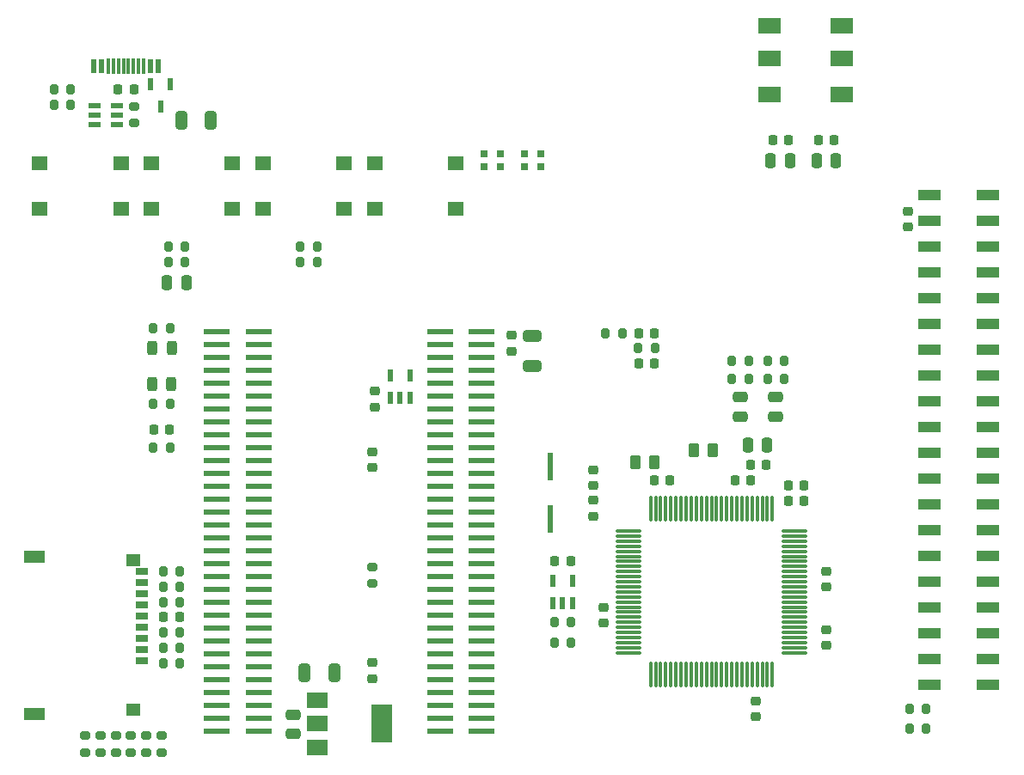
<source format=gtp>
G04 #@! TF.GenerationSoftware,KiCad,Pcbnew,(6.99.0-5015-g618347ef50)*
G04 #@! TF.CreationDate,2023-01-08T20:33:57+01:00*
G04 #@! TF.ProjectId,TinyLlama,54696e79-4c6c-4616-9d61-2e6b69636164,2.1*
G04 #@! TF.SameCoordinates,Original*
G04 #@! TF.FileFunction,Paste,Top*
G04 #@! TF.FilePolarity,Positive*
%FSLAX46Y46*%
G04 Gerber Fmt 4.6, Leading zero omitted, Abs format (unit mm)*
G04 Created by KiCad (PCBNEW (6.99.0-5015-g618347ef50)) date 2023-01-08 20:33:57*
%MOMM*%
%LPD*%
G01*
G04 APERTURE LIST*
G04 Aperture macros list*
%AMRoundRect*
0 Rectangle with rounded corners*
0 $1 Rounding radius*
0 $2 $3 $4 $5 $6 $7 $8 $9 X,Y pos of 4 corners*
0 Add a 4 corners polygon primitive as box body*
4,1,4,$2,$3,$4,$5,$6,$7,$8,$9,$2,$3,0*
0 Add four circle primitives for the rounded corners*
1,1,$1+$1,$2,$3*
1,1,$1+$1,$4,$5*
1,1,$1+$1,$6,$7*
1,1,$1+$1,$8,$9*
0 Add four rect primitives between the rounded corners*
20,1,$1+$1,$2,$3,$4,$5,0*
20,1,$1+$1,$4,$5,$6,$7,0*
20,1,$1+$1,$6,$7,$8,$9,0*
20,1,$1+$1,$8,$9,$2,$3,0*%
G04 Aperture macros list end*
%ADD10RoundRect,0.200000X-0.200000X-0.275000X0.200000X-0.275000X0.200000X0.275000X-0.200000X0.275000X0*%
%ADD11RoundRect,0.225000X0.250000X-0.225000X0.250000X0.225000X-0.250000X0.225000X-0.250000X-0.225000X0*%
%ADD12RoundRect,0.225000X-0.250000X0.225000X-0.250000X-0.225000X0.250000X-0.225000X0.250000X0.225000X0*%
%ADD13RoundRect,0.225000X-0.225000X-0.250000X0.225000X-0.250000X0.225000X0.250000X-0.225000X0.250000X0*%
%ADD14R,2.000000X3.800000*%
%ADD15R,2.000000X1.500000*%
%ADD16RoundRect,0.200000X0.275000X-0.200000X0.275000X0.200000X-0.275000X0.200000X-0.275000X-0.200000X0*%
%ADD17RoundRect,0.200000X0.200000X0.275000X-0.200000X0.275000X-0.200000X-0.275000X0.200000X-0.275000X0*%
%ADD18RoundRect,0.250000X-0.262500X-0.450000X0.262500X-0.450000X0.262500X0.450000X-0.262500X0.450000X0*%
%ADD19RoundRect,0.250000X0.475000X-0.250000X0.475000X0.250000X-0.475000X0.250000X-0.475000X-0.250000X0*%
%ADD20R,1.300000X0.700000*%
%ADD21R,2.000000X1.200000*%
%ADD22R,1.400000X1.200000*%
%ADD23R,0.600000X1.440000*%
%ADD24R,0.300000X1.500000*%
%ADD25RoundRect,0.075000X-1.162500X-0.075000X1.162500X-0.075000X1.162500X0.075000X-1.162500X0.075000X0*%
%ADD26RoundRect,0.075000X-0.075000X-1.162500X0.075000X-1.162500X0.075000X1.162500X-0.075000X1.162500X0*%
%ADD27RoundRect,0.250000X0.325000X0.650000X-0.325000X0.650000X-0.325000X-0.650000X0.325000X-0.650000X0*%
%ADD28R,0.600000X1.200000*%
%ADD29RoundRect,0.225000X0.225000X0.250000X-0.225000X0.250000X-0.225000X-0.250000X0.225000X-0.250000X0*%
%ADD30R,2.600000X0.630000*%
%ADD31R,0.700000X0.700000*%
%ADD32R,1.600000X1.400000*%
%ADD33RoundRect,0.250000X0.250000X0.475000X-0.250000X0.475000X-0.250000X-0.475000X0.250000X-0.475000X0*%
%ADD34RoundRect,0.250000X-0.650000X0.325000X-0.650000X-0.325000X0.650000X-0.325000X0.650000X0.325000X0*%
%ADD35R,0.600000X2.800000*%
%ADD36RoundRect,0.250000X-0.250000X-0.475000X0.250000X-0.475000X0.250000X0.475000X-0.250000X0.475000X0*%
%ADD37RoundRect,0.218750X-0.218750X-0.256250X0.218750X-0.256250X0.218750X0.256250X-0.218750X0.256250X0*%
%ADD38R,2.300000X1.020000*%
%ADD39RoundRect,0.243750X-0.243750X-0.456250X0.243750X-0.456250X0.243750X0.456250X-0.243750X0.456250X0*%
%ADD40R,1.200000X0.600000*%
%ADD41R,2.200000X1.600000*%
%ADD42RoundRect,0.250000X-0.325000X-0.650000X0.325000X-0.650000X0.325000X0.650000X-0.325000X0.650000X0*%
G04 APERTURE END LIST*
D10*
X40675001Y-81500012D03*
X42325001Y-81500012D03*
D11*
X83000000Y-71525000D03*
X83000000Y-69975000D03*
D12*
X83000000Y-72975000D03*
X83000000Y-74525000D03*
D13*
X36225000Y-32500000D03*
X37775000Y-32500000D03*
D14*
X62149999Y-94999999D03*
D15*
X55849999Y-92699999D03*
X55849999Y-94999999D03*
X55849999Y-97299999D03*
D10*
X114175000Y-95500000D03*
X115825000Y-95500000D03*
D12*
X99000000Y-92725000D03*
X99000000Y-94275000D03*
D16*
X40500000Y-97825006D03*
X40500000Y-96175006D03*
D10*
X40675001Y-79999990D03*
X42325001Y-79999990D03*
D17*
X80825000Y-87000000D03*
X79175000Y-87000000D03*
D16*
X37800000Y-35825000D03*
X37800000Y-34175000D03*
D18*
X92940000Y-68000000D03*
X94765000Y-68000000D03*
D19*
X97500000Y-64700000D03*
X97500000Y-62800000D03*
D13*
X105175000Y-37500000D03*
X106725000Y-37500000D03*
D11*
X61249989Y-90525008D03*
X61249989Y-88975008D03*
D20*
X38549999Y-88819999D03*
X38549999Y-87719999D03*
X38549999Y-86619999D03*
X38549999Y-85519999D03*
X38549999Y-84419999D03*
X38549999Y-83319999D03*
X38549999Y-82219999D03*
X38549999Y-81119999D03*
X38549999Y-80019999D03*
D21*
X27999999Y-78499999D03*
D22*
X37699999Y-78919999D03*
X37699999Y-93599999D03*
D21*
X27999999Y-94019999D03*
D10*
X54175000Y-49500000D03*
X55825000Y-49500000D03*
D23*
X40199999Y-30209999D03*
X39399999Y-30209999D03*
D24*
X38249999Y-30179999D03*
X37249999Y-30179999D03*
X36749999Y-30179999D03*
X35749999Y-30179999D03*
D23*
X34599999Y-30209999D03*
X33799999Y-30209999D03*
D24*
X35249999Y-30179999D03*
X36249999Y-30179999D03*
X37749999Y-30179999D03*
X38749999Y-30179999D03*
D17*
X101824998Y-61000002D03*
X100174998Y-61000002D03*
D16*
X35999999Y-97825006D03*
X35999999Y-96175006D03*
D10*
X40675001Y-88999997D03*
X42325001Y-88999997D03*
D25*
X86499995Y-76000011D03*
X86499995Y-76500011D03*
X86499995Y-77000011D03*
X86499995Y-77500011D03*
X86499995Y-78000011D03*
X86499995Y-78500011D03*
X86499995Y-79000011D03*
X86499995Y-79500011D03*
X86499995Y-80000011D03*
X86499995Y-80500011D03*
X86499995Y-81000011D03*
X86499995Y-81500011D03*
X86499995Y-82000011D03*
X86499995Y-82500011D03*
X86499995Y-83000011D03*
X86499995Y-83500011D03*
X86499995Y-84000011D03*
X86499995Y-84500011D03*
X86499995Y-85000011D03*
X86499995Y-85500011D03*
X86499995Y-86000011D03*
X86499995Y-86500011D03*
X86499995Y-87000011D03*
X86499995Y-87500011D03*
X86499995Y-88000011D03*
D26*
X88662495Y-90162511D03*
X89162495Y-90162511D03*
X89662495Y-90162511D03*
X90162495Y-90162511D03*
X90662495Y-90162511D03*
X91162495Y-90162511D03*
X91662495Y-90162511D03*
X92162495Y-90162511D03*
X92662495Y-90162511D03*
X93162495Y-90162511D03*
X93662495Y-90162511D03*
X94162495Y-90162511D03*
X94662495Y-90162511D03*
X95162495Y-90162511D03*
X95662495Y-90162511D03*
X96162495Y-90162511D03*
X96662495Y-90162511D03*
X97162495Y-90162511D03*
X97662495Y-90162511D03*
X98162495Y-90162511D03*
X98662495Y-90162511D03*
X99162495Y-90162511D03*
X99662495Y-90162511D03*
X100162495Y-90162511D03*
X100662495Y-90162511D03*
D25*
X102824995Y-88000011D03*
X102824995Y-87500011D03*
X102824995Y-87000011D03*
X102824995Y-86500011D03*
X102824995Y-86000011D03*
X102824995Y-85500011D03*
X102824995Y-85000011D03*
X102824995Y-84500011D03*
X102824995Y-84000011D03*
X102824995Y-83500011D03*
X102824995Y-83000011D03*
X102824995Y-82500011D03*
X102824995Y-82000011D03*
X102824995Y-81500011D03*
X102824995Y-81000011D03*
X102824995Y-80500011D03*
X102824995Y-80000011D03*
X102824995Y-79500011D03*
X102824995Y-79000011D03*
X102824995Y-78500011D03*
X102824995Y-78000011D03*
X102824995Y-77500011D03*
X102824995Y-77000011D03*
X102824995Y-76500011D03*
X102824995Y-76000011D03*
D26*
X100662495Y-73837511D03*
X100162495Y-73837511D03*
X99662495Y-73837511D03*
X99162495Y-73837511D03*
X98662495Y-73837511D03*
X98162495Y-73837511D03*
X97662495Y-73837511D03*
X97162495Y-73837511D03*
X96662495Y-73837511D03*
X96162495Y-73837511D03*
X95662495Y-73837511D03*
X95162495Y-73837511D03*
X94662495Y-73837511D03*
X94162495Y-73837511D03*
X93662495Y-73837511D03*
X93162495Y-73837511D03*
X92662495Y-73837511D03*
X92162495Y-73837511D03*
X91662495Y-73837511D03*
X91162495Y-73837511D03*
X90662495Y-73837511D03*
X90162495Y-73837511D03*
X89662495Y-73837511D03*
X89162495Y-73837511D03*
X88662495Y-73837511D03*
D27*
X57500006Y-89999995D03*
X54550006Y-89999995D03*
D13*
X102249988Y-73000004D03*
X103799988Y-73000004D03*
D28*
X41349999Y-31951499D03*
X40399999Y-34151499D03*
X39449999Y-31951499D03*
D29*
X102225000Y-37500000D03*
X100675000Y-37500000D03*
X89025000Y-59500000D03*
X87475000Y-59500000D03*
D17*
X31575000Y-32500000D03*
X29925000Y-32500000D03*
D12*
X75000000Y-56725000D03*
X75000000Y-58275000D03*
X114000000Y-44475000D03*
X114000000Y-46025000D03*
D28*
X79049989Y-83100010D03*
X79999989Y-83100010D03*
X80949989Y-83100010D03*
X80949989Y-80900010D03*
X79049989Y-80900010D03*
D30*
X45949999Y-56364999D03*
X50049999Y-56364999D03*
X45949999Y-57634999D03*
X50049999Y-57634999D03*
X45949999Y-58904999D03*
X50049999Y-58904999D03*
X45949999Y-60174999D03*
X50049999Y-60174999D03*
X45949999Y-61444999D03*
X50049999Y-61444999D03*
X45949999Y-62714999D03*
X50049999Y-62714999D03*
X45949999Y-63984999D03*
X50049999Y-63984999D03*
X45949999Y-65254999D03*
X50049999Y-65254999D03*
X45949999Y-66524999D03*
X50049999Y-66524999D03*
X45949999Y-67794999D03*
X50049999Y-67794999D03*
X45949999Y-69064999D03*
X50049999Y-69064999D03*
X45949999Y-70334999D03*
X50049999Y-70334999D03*
X45949999Y-71604999D03*
X50049999Y-71604999D03*
X45949999Y-72874999D03*
X50049999Y-72874999D03*
X45949999Y-74144999D03*
X50049999Y-74144999D03*
X45949999Y-75414999D03*
X50049999Y-75414999D03*
X45949999Y-76684999D03*
X50049999Y-76684999D03*
X45949999Y-77954999D03*
X50049999Y-77954999D03*
X45949999Y-79224999D03*
X50049999Y-79224999D03*
X45949999Y-80494999D03*
X50049999Y-80494999D03*
X45949999Y-81764999D03*
X50049999Y-81764999D03*
X45949999Y-83034999D03*
X50049999Y-83034999D03*
X45949999Y-84304999D03*
X50049999Y-84304999D03*
X45949999Y-85574999D03*
X50049999Y-85574999D03*
X45949999Y-86844999D03*
X50049999Y-86844999D03*
X45949999Y-88114999D03*
X50049999Y-88114999D03*
X45949999Y-89384999D03*
X50049999Y-89384999D03*
X45949999Y-90654999D03*
X50049999Y-90654999D03*
X45949999Y-91924999D03*
X50049999Y-91924999D03*
X45949999Y-93194999D03*
X50049999Y-93194999D03*
X45949999Y-94464999D03*
X50049999Y-94464999D03*
X45949999Y-95734999D03*
X50049999Y-95734999D03*
X67949999Y-56364999D03*
X72049999Y-56364999D03*
X67949999Y-57634999D03*
X72049999Y-57634999D03*
X67949999Y-58904999D03*
X72049999Y-58904999D03*
X67949999Y-60174999D03*
X72049999Y-60174999D03*
X67949999Y-61444999D03*
X72049999Y-61444999D03*
X67949999Y-62714999D03*
X72049999Y-62714999D03*
X67949999Y-63984999D03*
X72049999Y-63984999D03*
X67949999Y-65254999D03*
X72049999Y-65254999D03*
X67949999Y-66524999D03*
X72049999Y-66524999D03*
X67949999Y-67794999D03*
X72049999Y-67804999D03*
X67949999Y-69064999D03*
X72049999Y-69064999D03*
X67949999Y-70334999D03*
X72049999Y-70334999D03*
X67949999Y-71604999D03*
X72049999Y-71604999D03*
X67949999Y-72874999D03*
X72049999Y-72874999D03*
X67949999Y-74144999D03*
X72049999Y-74144999D03*
X67949999Y-75414999D03*
X72049999Y-75414999D03*
X67949999Y-76684999D03*
X72049999Y-76684999D03*
X67949999Y-77954999D03*
X72049999Y-77954999D03*
X67949999Y-79224999D03*
X72049999Y-79224999D03*
X67949999Y-80494999D03*
X72049999Y-80494999D03*
X67949999Y-81764999D03*
X72049999Y-81764999D03*
X67949999Y-83034999D03*
X72049999Y-83034999D03*
X67949999Y-84304999D03*
X72049999Y-84304999D03*
X67949999Y-85574999D03*
X72049999Y-85574999D03*
X67949999Y-86844999D03*
X72049999Y-86844999D03*
X67949999Y-88114999D03*
X72049999Y-88114999D03*
X67949999Y-89384999D03*
X72049999Y-89384999D03*
X67949999Y-90654999D03*
X72049999Y-90654999D03*
X67949999Y-91924999D03*
X72049999Y-91924999D03*
X67949999Y-93194999D03*
X72049999Y-93194999D03*
X67949999Y-94464999D03*
X72049999Y-94464999D03*
X67949999Y-95734999D03*
X72049999Y-95734999D03*
D31*
X73849999Y-40136500D03*
X72249999Y-40136500D03*
X72249999Y-38836500D03*
X73849999Y-38836500D03*
D17*
X41325000Y-67750000D03*
X39675000Y-67750000D03*
D31*
X77849999Y-40136500D03*
X76249999Y-40136500D03*
X76249999Y-38836500D03*
X77849999Y-38836500D03*
D32*
X39499999Y-44249999D03*
X47499999Y-44249999D03*
X39499999Y-39749999D03*
X47499999Y-39749999D03*
D12*
X61249989Y-68225012D03*
X61249989Y-69775012D03*
D33*
X42950000Y-51500000D03*
X41050000Y-51500000D03*
D10*
X40675001Y-86000003D03*
X42325001Y-86000003D03*
D16*
X37500001Y-97825006D03*
X37500001Y-96175006D03*
X39000000Y-97825006D03*
X39000000Y-96175006D03*
D11*
X106000000Y-87275000D03*
X106000000Y-85725000D03*
D13*
X97000000Y-71000000D03*
X98550000Y-71000000D03*
D10*
X84224992Y-56500000D03*
X85874992Y-56500000D03*
D29*
X80775000Y-78999992D03*
X79225000Y-78999992D03*
D19*
X101000000Y-64700000D03*
X101000000Y-62800000D03*
D11*
X84000007Y-85049987D03*
X84000007Y-83499987D03*
D18*
X87175000Y-69250000D03*
X89000000Y-69250000D03*
D34*
X77000000Y-56775000D03*
X77000000Y-59725000D03*
D35*
X78749999Y-69674999D03*
X78749999Y-74824999D03*
D10*
X40675001Y-83000009D03*
X42325001Y-83000009D03*
D12*
X61500000Y-62225000D03*
X61500000Y-63775000D03*
D10*
X96675005Y-61000002D03*
X98325005Y-61000002D03*
X100174998Y-59249993D03*
X101824998Y-59249993D03*
D13*
X40725001Y-84500006D03*
X42275001Y-84500006D03*
D32*
X28499999Y-44249999D03*
X36499999Y-44249999D03*
X28499999Y-39749999D03*
X36499999Y-39749999D03*
D10*
X39675000Y-63500000D03*
X41325000Y-63500000D03*
X39675000Y-56000000D03*
X41325000Y-56000000D03*
D36*
X105000000Y-39500000D03*
X106900000Y-39500000D03*
D37*
X39712500Y-66000000D03*
X41287500Y-66000000D03*
D16*
X61249989Y-81166493D03*
X61249989Y-79516493D03*
D19*
X53499992Y-95999998D03*
X53499992Y-94099998D03*
D12*
X106000000Y-79993000D03*
X106000000Y-81543000D03*
D38*
X116099999Y-42869999D03*
X121899999Y-42869999D03*
X116099999Y-45409999D03*
X121899999Y-45409999D03*
X116099999Y-47949999D03*
X121899999Y-47949999D03*
X116099999Y-50489999D03*
X121899999Y-50489999D03*
X116099999Y-53029999D03*
X121899999Y-53029999D03*
X116099999Y-55569999D03*
X121899999Y-55569999D03*
X116099999Y-58109999D03*
X121899999Y-58109999D03*
X116099999Y-60649999D03*
X121899999Y-60649999D03*
X116099999Y-63189999D03*
X121899999Y-63189999D03*
X116099999Y-65729999D03*
X121899999Y-65729999D03*
X116099999Y-68269999D03*
X121899999Y-68269999D03*
X116099999Y-70809999D03*
X121899999Y-70809999D03*
X116099999Y-73349999D03*
X121899999Y-73349999D03*
X116099999Y-75889999D03*
X121899999Y-75889999D03*
X116099999Y-78429999D03*
X121899999Y-78429999D03*
X116099999Y-80969999D03*
X121899999Y-80969999D03*
X116099999Y-83509999D03*
X121899999Y-83509999D03*
X116099999Y-86049999D03*
X121899999Y-86049999D03*
X116099999Y-88589999D03*
X121899999Y-88589999D03*
X116099999Y-91129999D03*
X121899999Y-91129999D03*
D39*
X39562500Y-61500000D03*
X41437500Y-61500000D03*
D10*
X40675001Y-87500000D03*
X42325001Y-87500000D03*
D29*
X90550000Y-71000000D03*
X89000000Y-71000000D03*
D39*
X39625000Y-58000000D03*
X41500000Y-58000000D03*
D33*
X100150000Y-67500000D03*
X98250000Y-67500000D03*
D40*
X33899999Y-34049999D03*
X33899999Y-34999999D03*
X33899999Y-35949999D03*
X36099999Y-35949999D03*
X36099999Y-34999999D03*
X36099999Y-34049999D03*
D10*
X96675005Y-59249993D03*
X98325005Y-59249993D03*
D32*
X50499999Y-44249999D03*
X58499999Y-44249999D03*
X50499999Y-39749999D03*
X58499999Y-39749999D03*
D17*
X31575000Y-34000000D03*
X29925000Y-34000000D03*
D16*
X33000000Y-97825006D03*
X33000000Y-96175006D03*
D41*
X100399999Y-29449999D03*
X107499999Y-29449999D03*
X100399999Y-26249999D03*
X107499999Y-26249999D03*
X100399999Y-32949999D03*
X107499999Y-32949999D03*
D10*
X54175000Y-48000000D03*
X55825000Y-48000000D03*
X114175000Y-93500000D03*
X115825000Y-93500000D03*
D13*
X87475000Y-56500000D03*
X89025000Y-56500000D03*
D29*
X100050000Y-69500000D03*
X98500000Y-69500000D03*
D17*
X42825000Y-49500000D03*
X41175000Y-49500000D03*
D10*
X41175000Y-48000000D03*
X42825000Y-48000000D03*
D33*
X102400000Y-39500000D03*
X100500000Y-39500000D03*
D13*
X102249988Y-71500007D03*
X103799988Y-71500007D03*
D16*
X34499999Y-97825006D03*
X34499999Y-96175006D03*
D42*
X42425000Y-35500000D03*
X45375000Y-35500000D03*
D10*
X87425000Y-58000000D03*
X89075000Y-58000000D03*
D17*
X80825000Y-85000004D03*
X79175000Y-85000004D03*
D32*
X61499999Y-44249999D03*
X69499999Y-44249999D03*
X61499999Y-39749999D03*
X69499999Y-39749999D03*
D28*
X63049999Y-62849999D03*
X63999999Y-62849999D03*
X64949999Y-62849999D03*
X64949999Y-60649999D03*
X63049999Y-60649999D03*
M02*

</source>
